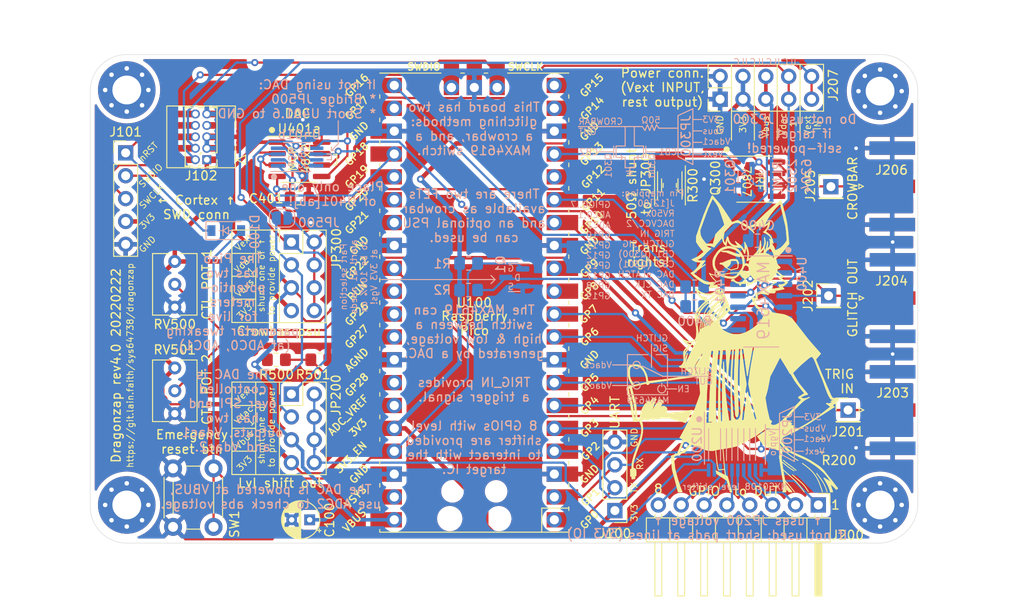
<source format=kicad_pcb>
(kicad_pcb (version 20211014) (generator pcbnew)

  (general
    (thickness 1.6)
  )

  (paper "A4")
  (title_block
    (rev "4")
  )

  (layers
    (0 "F.Cu" signal)
    (31 "B.Cu" signal)
    (32 "B.Adhes" user "B.Adhesive")
    (33 "F.Adhes" user "F.Adhesive")
    (34 "B.Paste" user)
    (35 "F.Paste" user)
    (36 "B.SilkS" user "B.Silkscreen")
    (37 "F.SilkS" user "F.Silkscreen")
    (38 "B.Mask" user)
    (39 "F.Mask" user)
    (40 "Dwgs.User" user "User.Drawings")
    (41 "Cmts.User" user "User.Comments")
    (42 "Eco1.User" user "User.Eco1")
    (43 "Eco2.User" user "User.Eco2")
    (44 "Edge.Cuts" user)
    (45 "Margin" user)
    (46 "B.CrtYd" user "B.Courtyard")
    (47 "F.CrtYd" user "F.Courtyard")
    (48 "B.Fab" user)
    (49 "F.Fab" user)
  )

  (setup
    (stackup
      (layer "F.SilkS" (type "Top Silk Screen"))
      (layer "F.Paste" (type "Top Solder Paste"))
      (layer "F.Mask" (type "Top Solder Mask") (thickness 0.01))
      (layer "F.Cu" (type "copper") (thickness 0.035))
      (layer "dielectric 1" (type "core") (thickness 1.51) (material "FR4") (epsilon_r 4.5) (loss_tangent 0.02))
      (layer "B.Cu" (type "copper") (thickness 0.035))
      (layer "B.Mask" (type "Bottom Solder Mask") (thickness 0.01))
      (layer "B.Paste" (type "Bottom Solder Paste"))
      (layer "B.SilkS" (type "Bottom Silk Screen"))
      (copper_finish "None")
      (dielectric_constraints no)
    )
    (pad_to_mask_clearance 0)
    (pcbplotparams
      (layerselection 0x00010fc_ffffffff)
      (disableapertmacros false)
      (usegerberextensions false)
      (usegerberattributes true)
      (usegerberadvancedattributes true)
      (creategerberjobfile true)
      (svguseinch false)
      (svgprecision 6)
      (excludeedgelayer true)
      (plotframeref false)
      (viasonmask false)
      (mode 1)
      (useauxorigin false)
      (hpglpennumber 1)
      (hpglpenspeed 20)
      (hpglpendiameter 15.000000)
      (dxfpolygonmode true)
      (dxfimperialunits true)
      (dxfusepcbnewfont true)
      (psnegative false)
      (psa4output false)
      (plotreference true)
      (plotvalue true)
      (plotinvisibletext false)
      (sketchpadsonfab false)
      (subtractmaskfromsilk false)
      (outputformat 1)
      (mirror false)
      (drillshape 0)
      (scaleselection 1)
      (outputdirectory "gerbers-rev4/")
    )
  )

  (net 0 "")
  (net 1 "GND")
  (net 2 "+3V3")
  (net 3 "+3.3VADC")
  (net 4 "Net-(D100-Pad1)")
  (net 5 "GPIO0")
  (net 6 "GPIO1")
  (net 7 "/controller/SWDIO")
  (net 8 "/controller/SWCLK")
  (net 9 "unconnected-(J102-Pad8)")
  (net 10 "unconnected-(J102-Pad7)")
  (net 11 "unconnected-(J102-Pad6)")
  (net 12 "Net-(J200-Pad1)")
  (net 13 "Net-(J200-Pad2)")
  (net 14 "TRIG_IN")
  (net 15 "GLITCH_OUT")
  (net 16 "Net-(J200-Pad3)")
  (net 17 "ADC0")
  (net 18 "ADC1")
  (net 19 "Net-(J200-Pad4)")
  (net 20 "Net-(J200-Pad5)")
  (net 21 "Net-(J200-Pad6)")
  (net 22 "VCC_EXT")
  (net 23 "DAC_HI")
  (net 24 "CB1_G")
  (net 25 "CB2_G")
  (net 26 "GPIO_EN")
  (net 27 "MAX_SW_B")
  (net 28 "MAX_SW_A")
  (net 29 "MAX_EN")
  (net 30 "GPIO2")
  (net 31 "GPIO3")
  (net 32 "GPIO4")
  (net 33 "GPIO5")
  (net 34 "GPIO6")
  (net 35 "GLITCH_SIG")
  (net 36 "GPIO7")
  (net 37 "GPIO8")
  (net 38 "GPIO9")
  (net 39 "unconnected-(U100-Pad30)")
  (net 40 "DAC_nL")
  (net 41 "DAC_CLK")
  (net 42 "DAC_TX")
  (net 43 "EMERG_SHDN")
  (net 44 "~{EMERG_SHDN}")
  (net 45 "unconnected-(U100-Pad39)")
  (net 46 "Net-(J200-Pad7)")
  (net 47 "DAC_LO")
  (net 48 "CROWBAR")
  (net 49 "/gpio/TAR_VCCIO")
  (net 50 "Net-(J200-Pad8)")
  (net 51 "ADC2")
  (net 52 "unconnected-(U100-Pad20)")
  (net 53 "unconnected-(U100-Pad19)")
  (net 54 "VBUS")
  (net 55 "CB_VCC")

  (footprint "Resistor_SMD:R_0805_2012Metric_Pad1.20x1.40mm_HandSolder" (layer "F.Cu") (at 135.128 87.179 90))

  (footprint "Connector_Coaxial:SMA_Amphenol_132289_EdgeMount" (layer "F.Cu") (at 159.845 87.287))

  (footprint "MountingHole:MountingHole_3.2mm_M3_Pad_Via" (layer "F.Cu") (at 158.496 122.682))

  (footprint "Connector_PinHeader_2.54mm:PinHeader_2x04_P2.54mm_Vertical" (layer "F.Cu") (at 93.091 93.472))

  (footprint "Connector_PinHeader_2.54mm:PinHeader_2x05_P2.54mm_Vertical" (layer "F.Cu") (at 140.721 77.602 90))

  (footprint "Connector_PinHeader_2.54mm:PinHeader_1x01_P2.54mm_Vertical" (layer "F.Cu") (at 152.776 99.441))

  (footprint "Resistor_SMD:R_2010_5025Metric_Pad1.40x2.65mm_HandSolder" (layer "F.Cu") (at 135.128 87.179 90))

  (footprint "Connector_PinHeader_2.54mm:PinHeader_1x08_P2.54mm_Horizontal" (layer "F.Cu") (at 151.638 122.682 -90))

  (footprint "Connector_PinHeader_2.54mm:PinHeader_2x04_P2.54mm_Vertical" (layer "F.Cu") (at 93.091 110.363))

  (footprint "Potentiometer_THT:Potentiometer_Vishay_T73XW_Horizontal" (layer "F.Cu") (at 80.137 95.631))

  (footprint "Connector_PinHeader_2.54mm:PinHeader_1x01_P2.54mm_Vertical" (layer "F.Cu") (at 153.03 87.317))

  (footprint "Resistor_SMD:R_0805_2012Metric_Pad1.20x1.40mm_HandSolder" (layer "F.Cu") (at 152.035 116.078 180))

  (footprint "MCU_RaspberryPi_and_Boards:RPi_Pico_SMD_TH" (layer "F.Cu") (at 113.411 100.203 180))

  (footprint "Connector_PinHeader_1.27mm:PinHeader_2x05_P1.27mm_Vertical" (layer "F.Cu") (at 83.694 84.326 180))

  (footprint "lethalbit-connectors:FTSH-105-01-L-DV-K-TR" (layer "F.Cu") (at 83.059 81.786 90))

  (footprint "Resistor_SMD:R_0805_2012Metric_Pad1.20x1.40mm_HandSolder" (layer "F.Cu") (at 91.424 106.553))

  (footprint "Potentiometer_THT:Potentiometer_Vishay_T73XW_Horizontal" (layer "F.Cu") (at 80.137 107.457))

  (footprint "Resistor_SMD:R_2512_6332Metric_Pad1.40x3.35mm_HandSolder" (layer "F.Cu") (at 135.15 87.179 90))

  (footprint "Capacitor_SMD:C_0805_2012Metric_Pad1.18x1.45mm_HandSolder" (layer "F.Cu") (at 93.98 88.598819 180))

  (footprint "Capacitor_THT:CP_Radial_D4.0mm_P2.00mm" (layer "F.Cu") (at 95.123 124.333 180))

  (footprint "Resistor_SMD:R_1206_3216Metric_Pad1.30x1.75mm_HandSolder" (layer "F.Cu") (at 135.128 87.179 90))

  (footprint "MountingHole:MountingHole_3.2mm_M3_Pad_Via" (layer "F.Cu") (at 158.496 76.708))

  (footprint "Connector_PinHeader_2.54mm:PinHeader_1x01_P2.54mm_Vertical" (layer "F.Cu") (at 154.94 112.141))

  (footprint "graphics:xenia" (layer "F.Cu")
    (tedit 61C154B6) (tstamp baf18278-d51c-443e-9972-c8c9ba5d7493)
    (at 143.4789 104.902)
    (attr through_hole)
    (fp_text reference "XENIA" (at 0 0.5) (layer "F.SilkS") hide
      (effects (font (size 1 1) (thickness 0.15)))
      (tstamp 2ab096f1-5e2e-4948-88f7-ee80da352ce9)
    )
    (fp_text value "xenia" (at 0 -0.5) (layer "F.Fab")
      (effects (font (size 1 1) (thickness 0.15)))
      (tstamp fc47ad18-c916-4f04-8460-6a5fb9138c7e)
    )
    (fp_line (start -0.087449 -8.809657) (end 0.146027 -8.894909) (layer "F.SilkS") (width 0.1) (tstamp 00486478-893b-425b-a5bc-a7e44ca55943))
    (fp_line (start 2.120427 -10.202538) (end 2.241183 -10.185531) (layer "F.SilkS") (width 0.1) (tstamp 0234d303-1347-4357-9ac8-112e8e6ab5f3))
    (fp_line (start 4.330047 -6.234346) (end 4.089216 -6.498479) (layer "F.SilkS") (width 0.1) (tstamp 02d5be24-1036-4d78-b8b7-1b443d15e7c8))
    (fp_line (start 3.24756 9.045381) (end 3.4801 8.89316) (layer "F.SilkS") (width 0.1) (tstamp 0453b7e4-e0e7-4cb5-8648-bec6a813bdeb))
    (fp_line (start 0.260403 -6.891084) (end -0.332851 -6.886832) (layer "F.SilkS") (width 0.1) (tstamp 069f3316-bcd2-4604-a333-7165193738be))
    (fp_line (start -3.758068 -6.759273) (end -3.963863 -6.339774) (layer "F.SilkS") (width 0.1) (tstamp 087708f1-e1e9-4263-81e5-92e875871b86))
    (fp_line (start -9.297786 4.012324) (end -10.724534 4.222797) (layer "F.SilkS") (width 0.1) (tstamp 088a5abf-5280-4acd-9be5-182deee4161f))
    (fp_line (start 0.359176 -6.835298) (end 0.320909 -6.836064) (layer "F.SilkS") (width 0.1) (tstamp 09ddd339-86e0-4167-9e67-6513769a8304))
    (fp_line (start -11.079063 8.253324) (end -11.346087 8.129166) (layer "F.SilkS") (width 0.1) (tstamp 0a1dbe60-6997-4f4e-b4aa-4ec0085281f7))
    (fp_line (start 0.636957 -7.835127) (end 0.567013 -8.025403) (layer "F.SilkS") (width 0.1) (tstamp 0a9d52bd-4852-44a8-82f7-f0b2e974bf90))
    (fp_line (start 0.978307 -7.395325) (end 1.596288 -7.079446) (layer "F.SilkS") (width 0.1) (tstamp 0b28e9dc-79a6-45c1-9c4d-325ada2cc88d))
    (fp_line (start -0.023841 -7.012478) (end 0.260403 -6.891084) (layer "F.SilkS") (width 0.1) (tstamp 0b379b3e-c12a-4629-a430-1567b828b4a9))
    (fp_line (start -4.650002 0.989642) (end -3.764935 0.613726) (layer "F.SilkS") (width 0.1) (tstamp 0f956713-c3d9-4b4c-8b52-a74d6d57ce5b))
    (fp_line (start -0.40371 -6.811827) (end 0.321759 -6.836064) (layer "F.SilkS") (width 0.1) (tstamp 10fd1d94-746f-466c-84a0-aa85c04b7684))
    (fp_line (start 3.479802 11.455544) (end 3.948093 11.551703) (layer "F.SilkS") (width 0.1) (tstamp 1164e296-14e5-4a5e-b2f3-44f1d36e7550))
    (fp_line (start 2.98583 -11.581707) (end 2.741129 -11.748809) (layer "F.SilkS") (width 0.1) (tstamp 12ec9af5-fae0-487c-9f32-ec0f72c4cf1f))
    (fp_line (start -4.381109 -11.064391) (end -4.310739 -11.182596) (layer "F.SilkS") (width 0.1) (tstamp 13666fea-91c0-4fec-bb70-a04cdbcf337e))
    (fp_line (start -0.404795 0.395004) (end -0.462196 0.395218) (layer "F.SilkS") (width 0.1) (tstamp 1399d9fd-892e-4c6d-94d4-e65f4b8d90fb))
    (fp_line (start -1.858607 -3.896465) (end -3.018353 -2.837788) (layer "F.SilkS") (width 0.1) (tstamp 14127424-0f91-4793-8a8a-36511132b3fd))
    (fp_line (start -3.250381 11.652943) (end -2.433578 11.510927) (layer "F.SilkS") (width 0.1) (tstamp 1485f998-b07f-4385-8f35-cac19f2827b9))
    (fp_line (start -8.886174 7.308196) (end -8.901056 7.197645) (layer "F.SilkS") (width 0.1) (tstamp 156d07b6-f60e-459b-b98a-29b8c699efdc))
    (fp_line (start -12.551074 13.779714) (end -12.706696 13.860076) (layer "F.SilkS") (width 0.1) (tstamp 16a71bba-04ef-4283-a06b-f6e9ba8ea3c4))
    (fp_line (start -5.127987 3.687899) (end -5.047837 3.724891) (layer "F.SilkS") (width 0.1) (tstamp 16ec19e3-7b49-453e-80e4-246815f99f56))
    (fp_line (start 0.998035 -5.007568) (end 1.417534 -4.961009) (layer "F.SilkS") (width 0.1) (tstamp 18457aad-4f9d-4c40-a5cc-fb25084ce7be))
    (fp_line (start -5.027428 3.476363) (end -5.115231 3.542269) (layer "F.SilkS") (width 0.1) (tstamp 185cec19-d583-42a6-bbf6-9e4403a7b0ce))
    (fp_line (start -6.740291 2.002993) (end -6.697559 1.323252) (layer "F.SilkS") (width 0.1) (tstamp 19b8a416-d457-47c0-a7b0-da25cad6c5a1))
    (fp_line (start -0.007897 -7.388394) (end -0.050628 -7.071368) (layer "F.SilkS") (width 0.1) (tstamp 1c4a967a-d9ff-4163-bb2a-95ccc3501bb3))
    (fp_line (start -0.670522 -6.851881) (end -0.53786 -6.616024) (layer "F.SilkS") (width 0.1) (tstamp 1c5c7e2f-94b3-4b5e-b4ad-c0a6563fc67e))
    (fp_line (start -10.908538 4.337111) (end -10.835617 4.409819) (layer "F.SilkS") (width 0.1) (tstamp 1e0ba953-460b-4ddb-ba5b-e01c556e61f7))
    (fp_line (start 4.90149 16.307955) (end 5.210438 16.322837) (layer "F.SilkS") (width 0.1) (tstamp 1f5d8d4c-52db-4d4d-99bb-fd209dbbc195))
    (fp_line (start -1.262672 0.453299) (end -1.363656 0.468181) (layer "F.SilkS") (width 0.1) (tstamp 1f69b1f6-9fed-42d7-9e08-09f288c476bc))
    (fp_line (start 2.998458 8.928026) (end 2.798403 8.735837) (layer "F.SilkS") (width 0.1) (tstamp 1fb3f6bd-66d7-4a74-a144-ae01112ff895))
    (fp_line (start -2.982169 0.583537) (end -2.699243 0.577159) (layer "F.SilkS") (width 0.1) (tstamp 20a0f469-5ae6-4e36-8ff6-79100ece3f30))
    (fp_line (start 0.566716 -8.025531) (end 0.636661 -7.835255) (layer "F.SilkS") (width 0.1) (tstamp 21a2e357-9ad7-4e55-9783-020864723576))
    (fp_line (start -2.922258 -2.660056) (end -1.647369 -3.924825) (layer "F.SilkS") (width 0.1) (tstamp 23781219-648c-45af-8566-464b78a6f9ff))
    (fp_line (start -0.590372 -6.842654) (end -0.464088 -6.840528) (layer "F.SilkS") (width 0.1) (tstamp 23b5355a-334f-4bc1-a3a3-bcd5e8aabe03))
    (fp_line (start -0.271007 -9.616787) (end -0.136007 -9.641874) (layer "F.SilkS") (width 0.1) (tstamp 23f55bc5-218f-4c81-bcc4-297aa64fa0b2))
    (fp_line (start 7.736937 1.655947) (end 7.847488 1.605774) (layer "F.SilkS") (width 0.1) (tstamp 252382df-08a7-4b0b-8609-1072db1e998e))
    (fp_line (start -1.871555 -11.918931) (end -1.940225 -12.001419) (layer "F.SilkS") (width 0.1) (tstamp 2566906f-dee1-4d49-aa89-42683ad37200))
    (fp_line (start -2.231462 -13.327246) (end -3.235395 -12.265232) (layer "F.SilkS") (width 0.1) (tstamp 25b94296-ce9e-441c-ba5a-3999d9179a7f))
    (fp_line (start 4.695249 -11.592294) (end 4.867028 -11.229431) (layer "F.SilkS") (width 0.1) (tstamp 2609c5fc-6f5a-49bd-a40b-c12eaada5a92))
    (fp_line (start 4.588609 8.485737) (end 4.879742 8.498492) (layer "F.SilkS") (width 0.1) (tstamp 275e3c89-0d83-4a85-9571-5807c3e775e6))
    (fp_line (start 1.219052 9.973394) (end 1.334493 9.873048) (layer "F.SilkS") (width 0.1) (tstamp 276b13d7-0a57-419c-8da2-e837b16f8ff4))
    (fp_line (start 0.832973 -5.261113) (end 0.774721 -5.194995) (layer "F.SilkS") (width 0.1) (tstamp 27f73be5-5b6d-4dcd-9c2b-08178b3c0f10))
    (fp_line (start 3.878467 -6.660457) (end 3.824042 -6.69915) (layer "F.SilkS") (width 0.1) (tstamp 284e6dc9-3ac5-4cda-bd41-857fb98d4679))
    (fp_line (start -4.421864 -8.927692) (end -5.015118 -8.576139) (layer "F.SilkS") (width 0.1) (tstamp 28797dd3-5c25-40ea-9029-91b4bdf67bc8))
    (fp_line (start -6.053407 10.967866) (end -5.922871 11.018039) (layer "F.SilkS") (width 0.1) (tstamp 28d5ed17-1bf9-4c62-b49a-5fe63f5fcad7))
    (fp_line (start -3.125587 -6.648084) (end -3.692013 -6.537745) (layer "F.SilkS") (width 0.1) (tstamp 292a37f1-a8d7-4049-8d9e-d154cb6269d5))
    (fp_line (start -3.963863 -6.339774) (end -3.148187 -6.432892) (layer "F.SilkS") (width 0.1) (tstamp 29d26dd1-1c9b-4097-8348-63ab0c86a559))
    (fp_line (start -0.136007 -9.641597) (end -0.271007 -9.616511) (layer "F.SilkS") (width 0.1) (tstamp 2b1d77fe-f78d-4ff8-b505-0f28f2dbc7c6))
    (fp_line (start -2.567432 -10.399893) (end -2.567432 -10.400064) (layer "F.SilkS") (width 0.1) (tstamp 2d8c2e79-0ca6-4cac-bd97-7ed59984e6ca))
    (fp_line (start -3.612693 8.448277) (end -3.623323 8.650245) (layer "F.SilkS") (width 0.1) (tstamp 2db2a178-64e5-43fc-91c6-f6bb623ee10e))
    (fp_line (start 0.831253 0.253265) (end 1.081438 0.212021) (layer "F.SilkS") (width 0.1) (tstamp 2e9befe8-1ba6-44c4-8c0c-2f6b67d813e8))
    (fp_line (start -2.265074 13.818492) (end -2.151546 14.500359) (layer "F.SilkS") (width 0.1) (tstamp 2f15d41d-727f-4089-af4d-eed812228f8d))
    (fp_line (start -3.465554 0.613726) (end -2.982169 0.583537) (layer "F.SilkS") (width 0.1) (tstamp 2f4fca68-ad3d-42af-a65a-2dfd84c64f23))
    (fp_line (start 3.824042 -6.69915) (end 3.76579 -6.598166) (layer "F.SilkS") (width 0.1) (tstamp 2f8fab55-05ca-4686-80f5-c3c168b9b405))
    (fp_line (start 3.802463 11.057008) (end 4.193772 10.248454) (layer "F.SilkS") (width 0.1) (tstamp 2fa1b765-b805-47fc-bf33-7549704c7989))
    (fp_line (start 4.525042 15.474081) (end 4.581806 15.914436) (layer "F.SilkS") (width 0.1) (tstamp 318e2232-f227-48be-bc7e-28bc039cbe1a))
    (fp_line (start 0.320909 -6.836064) (end 0.323034 -6.596465) (layer "F.SilkS") (width 0.1) (tstamp 31dcfa14-92b3-40c0-9b7e-3e11dc0058e1))
    (fp_line (start -1.479203 -7.201053) (end -1.470699 -7.127281) (layer "F.SilkS") (width 0.1) (tstamp 321f985d-c802-49a4-b839-d957d45e8880))
    (fp_line (start -2.768188 -9.031568) (end -2.728921 -9.000571) (layer "F.SilkS") (width 0.1) (tstamp 328d1402-4958-47d2-b0f1-71018e3fb92d))
    (fp_line (start -0.523191 -6.729339) (end -0.516813 -6.620064) (layer "F.SilkS") (width 0.1) (tstamp 32e61bfc-d546-4722-ac49-cbb99c79a789))
    (fp_line (start -4.310717 -11.182319) (end -4.381087 -11.064115) (layer "F.SilkS") (width 0.1) (tstamp 3333a437-094a-4126-981c-1a90640c11d7))
    (fp_line (start -0.53786 -6.616024) (end -0.522978 -6.728701) (layer "F.SilkS") (width 0.1) (tstamp 33ea8dc4-877d-4756-9eec-56ecc269d0d6))
    (fp_line (start -2.42565 8.523069) (end -2.710361 8.529447) (layer "F.SilkS") (width 0.1) (tstamp 351d5969-2e3a-436e-a584-701985869a16))
    (fp_line (start -3.548467 -11.102808) (end -3.680278 -11.20443) (layer "F.SilkS") (width 0.1) (tstamp 36bf2b67-6c66-4f57-9dcc-180452d3e2dc))
    (fp_line (start -10.667452 4.294378) (end -10.705294 4.290126) (layer "F.SilkS") (width 0.1) (tstamp 38dc9787-3773-4a65-9eac-77f34d6df8dc))
    (fp_line (start -12.671829 14.588332) (end -12.551286 14.590458) (layer "F.SilkS") (width 0.1) (tstamp 3949f8f3-4972-460a-90a0-6906b5d7ca76))
    (fp_line (start 3.981279 10.706561) (end 3.921327 10.860227) (layer "F.SilkS") (width 0.1) (tstamp 3b861d3c-b38d-4322-b67b-d95ab0619cc6))
    (fp_line (start 9.914625 6.87845) (end 9.630849 6.725166) (layer "F.SilkS") (width 0.1) (tstamp 3bf5a303-d45e-4366-b8e2-9eef9aa4ea37))
    (fp_line (start -1.955062 14.629087) (end -1.482966 16.326622) (layer "F.SilkS") (width 0.1) (tstamp 3d234cf4-d2a0-4b1e-b0ed-33b40ca1bbce))
    (fp_line (start -2.482371 0.53921) (end -2.699349 0.578328) (layer "F.SilkS") (width 0.1) (tstamp 3d6a7394-0229-439d-98ea-24fb7b7d0870))
    (fp_line (start -5.819251 -0.058596) (end -5.782259 -0.164257) (layer "F.SilkS") (width 0.1) (tstamp 3ecd5e71-045c-45dd-959d-3e97c8e33089))
    (fp_line (start -3.785279 -2.270788) (end -4.94377 -1.700982) (layer "F.SilkS") (width 0.1) (tstamp 3f60471a-e684-4c40-916a-dc05757982ce))
    (fp_line (start 3.76579 -6.598166) (end 3.956065 -6.349596) (layer "F.SilkS") (width 0.1) (tstamp 3f775266-cc7f-49e6-b89d-e69ba5f3895e))
    (fp_line (start 3.761942 -7.448985) (end 4.562098 -6.916851) (layer "F.SilkS") (width 0.1) (tstamp 401fc27b-55c2-4d17-b7a9-17271cdee251))
    (fp_line (start -3.619092 -4.014223) (end -4.053048 -3.440186) (layer "F.SilkS") (width 0.1) (tstamp 41e173df-b769-4562-86b0-af2aff66057d))
    (fp_line (start 0.321759 -6.836064) (end 0.360027 -6.835298) (layer "F.SilkS") (width 0.1) (tstamp 43797be8-9d42-485f-bc6b-0544d45927b2))
    (fp_line (start 10.256122 6.014427) (end 10.165768 5.934065) (layer "F.SilkS") (width 0.1) (tstamp 4459b91b-d937-4427-a170-e7027c4df452))
    (fp_line (start -1.482966 16.326622) (end -1.613502 16.326622) (layer "F.SilkS") (width 0.1) (tstamp 46605a33-9342-4627-adea-08a0c3dd1775))
    (fp_line (start -2.364145 -5.272232) (end -2.325452 -5.192508) (layer "F.SilkS") (width 0.1) (tstamp 47476406-4d27-4820-aefe-eb91485cd792))
    (fp_line (start -1.200487 -7.170056) (end -1.200487 -7.170056) (layer "F.SilkS") (width 0.1) (tstamp 47bd3e42-5e60-4145-b4ff-ba2ead23635e))
    (fp_line (start -10.724534 4.222797) (end -10.772326 4.101105) (layer "F.SilkS") (width 0.1) (tstamp 487c4890-ae05-4d1e-8757-f717bdd9f770))
    (fp_line (start -1.29977 -7.131533) (end -0.950173 -6.910133) (layer "F.SilkS") (width 0.1) (tstamp 48f5ac3f-19ad-4208-9449-373c6d6bed43))
    (fp_line (start -0.419655 -9.922015) (end -0.584419 -9.95518) (layer "F.SilkS") (width 0.1) (tstamp 499f0043-d011-4c69-b76f-552cc2e709c0))
    (fp_line (start -10.859577 4.243461) (end -10.870207 4.151406) (layer "F.SilkS") (width 0.1) (tstamp 4b724a58-7782-4fb0-85bb-73cee8bfacec))
    (fp_line (start -3.623323 8.650245) (end -4.324302 8.722316) (layer "F.SilkS") (width 0.1) (tstamp 4c7ee18f-1e28-4990-b358-0d20ba5f3a19))
    (fp_line (start 2.278047 -6.178114) (end 2.254661 -6.053744) (layer "F.SilkS") (width 0.1) (tstamp 4cd7b6b4-85c9-4884-8f10-e79b6ed8c90b))
    (fp_line (start -10.857408 4.242058) (end -10.859577 4.243461) (layer "F.SilkS") (width 0.1) (tstamp 4cf1650d-f012-4b15-ad31-a94564f120f8))
    (fp_line (start 0.636661 -7.835255) (end 0.978307 -7.395325) (layer "F.SilkS") (width 0.1) (tstamp 4d1172a0-a1e6-4e5d-b676-3dfbdc70f814))
    (fp_line (start 4.368889 -7.671512) (end 4.228999 -7.648126) (layer "F.SilkS") (width 0.1) (tstamp 4ea04a5a-7a78-43fb-87d5-86eb2afcea5f))
    (fp_line (start 10.027621 6.192797) (end 10.256122 6.014427) (layer "F.SilkS") (width 0.1) (tstamp 51b18456-8852-4cce-ad37-628dd1c4103a))
    (fp_line (start 0.975627 -7.108827) (end 0.990509 -7.046749) (layer "F.SilkS") (width 0.1) (tstamp 52064152-4b25-4796-8ab1-2e49f3df562c))
    (fp_line (start 5.077543 8.647949) (end 4.922346 8.701524) (layer "F.SilkS") (width 0.1) (tstamp 53bc95a0-a6b5-4bd3-8806-205d384c6e1c))
    (fp_line (start -2.943709 -5.906668) (end -2.916242 -5.843484) (layer "F.SilkS") (width 0.1) (tstamp 54c05bf1-249d-4ed0-aee6-f8cef4715275))
    (fp_line (start 4.587334 8.28802) (end 4.484224 8.388366) (layer "F.SilkS") (width 0.1) (tstamp 54d05816-bdfa-450b-939f-fffbc2d3c01c))
    (fp_line (start -3.764935 0.613726) (end -3.465554 0.613726) (layer "F.SilkS") (width 0.1) (tstamp 56614d25-92fe-4928-ba13-f50ff5bf48ed))
    (fp_line (start 5.210438 16.322837) (end 4.525042 15.474081) (layer "F.SilkS") (width 0.1) (tstamp 57d20178-cd72-4cdf-a6b0-742aea76d37b))
    (fp_line (start -0.446932 -6.922464) (end -0.749927 -6.933093) (layer "F.SilkS") (width 0.1) (tstamp 58166378-73e4-4c77-abf1-b61da426c963))
    (fp_line (start -7.002722 16.306531) (end -7.404278 16.31157) (layer "F.SilkS") (width 0.1) (tstamp 5964804a-9ffe-4905-9f1b-c960fc5465a3))
    (fp_line (start -8.901056 7.197645) (end -8.941025 7.197645) (layer "F.SilkS") (width 0.1) (tstamp 59f58cc4-3f08-4913-804c-7831fc56d6da))
    (fp_line (start 1.092131 -7.182599) (end 0.975627 -7.108827) (layer "F.SilkS") (width 0.1) (tstamp 5ac91684-976e-43dc-b66d-88fa3cf7602b))
    (fp_line (start 7.847488 1.605774) (end 8.38802 0.97155) (layer "F.SilkS") (width 0.1) (tstamp 5c52001a-44b6-4827-8867-9a065693af27))
    (fp_line (start 5.416744 9.020209) (end 5.234122 9.134162) (layer "F.SilkS") (width 0.1) (tstamp 5c5e0318-a0e1-4f94-8225-4bad5445ea6d))
    (fp_line (start 9.500845 16.316587) (end 9.731897 16.316587) (layer "F.SilkS") (width 0.1) (tstamp 5cdfe313-8605-4373-9a45-7b9f1b58e8c5))
    (fp_line (start -12.612153 4.669636) (end -12.765862 4.730652) (layer "F.SilkS") (width 0.1) (tstamp 5d6e084a-605f-4d05-bcd6-23a747bd3e0e))
    (fp_line (start -5.125052 3.690641) (end -5.114422 3.531405) (layer "F.SilkS") (width 0.1) (tstamp 5e0252fd-2729-4e36-b2cc-c7766dba6189))
    (fp_line (start -12.765862 4.730652) (end -12.281945 6.716322) (layer "F.SilkS") (width 0.1) (tstamp 5e807c14-eb72-4699-ac5c-0e22b3b90689))
    (fp_line (start -3.415423 -5.326615) (end -3.508541 -5.332993) (layer "F.SilkS") (width 0.1) (tstamp 5ef3d067-71f0-41ac-ba39-98068649edc9))
    (fp_line (start -3.680278 -11.20443) (end -4.310717 -11.182319) (layer "F.SilkS") (width 0.1) (tstamp 600a3b4b-ae4b-4461-b5a0-b102a630e6e4))
    (fp_line (start -0.516813 -6.620064) (end -0.40371 -6.811827) (layer "F.SilkS") (width 0.1) (tstamp 606c3e55-7d61-412d-adac-41bf5f1f1a73))
    (fp_line (start -3.763999 0.614406) (end -4.65096 0.989557) (layer "F.SilkS") (width 0.1) (tstamp 61bd4437-060d-40c1-add9-cb29405c70c7))
    (fp_line (start -12.324316 14.531951) (end -12.328568 14.687573) (layer "F.SilkS") (width 0.1) (tstamp 61d9b81b-8499-4933-91ed-7a8972810007))
    (fp_line (start -6.730724 2.520138) (end -6.790889 2.401721) (layer "F.SilkS") (width 0.1) (tstamp 62b6ceae-4979-4c7f-9abb-9d942b9ab846))
    (fp_line (start -0.023819 -7.012265) (end -0.050733 -7.071495) (layer "F.SilkS") (width 0.1) (tstamp 633ad3b8-63c2-4a66-ba43-ec1b2327d590))
    (fp_line (start 2.575111 -5.582519) (end 2.566607 -5.800008) (layer "F.SilkS") (width 0.1) (tstamp 6349601a-3c16-49a3-9c53-44ba3301fa17))
    (fp_line (start -12.123177 8.513863) (end -11.715753 8.379501) (layer "F.SilkS") (width 0.1) (tstamp 634c972d-457b-4606-97bd-158cc6774626))
    (fp_line (start -1.200487 -7.170056) (end -1.189857 -7.253607) (layer "F.SilkS") (width 0.1) (tstamp 644c1aa7-bb47-43ff-9985-f1193c633b37))
    (fp_line (start -0.097144 8.381542) (end -0.383216 8.400676) (layer "F.SilkS") (width 0.1) (tstamp 64d7714a-7974-44e3-aea4-f93dec72bbab))
    (fp_line (start -2.982275 0.584047) (end -3.46566 0.614236) (layer "F.SilkS") (width 0.1) (tstamp 65672bfe-b9ee-41a0-973c-1f20f79e074b))
    (fp_line (start -0.522978 -6.728701) (end -0.590372 -6.842654) (layer "F.SilkS") (width 0.1) (tstamp 66ae6362-5d73-429e-895c-b93ac4034e8b))
    (fp_line (start -2.922257 -2.659503) (end -3.018352 -2.837236) (layer "F.SilkS") (width 0.1) (tstamp 67696688-aeb4-4c05-bfdd-17ff57e0fa8a))
    (fp_line (start 4.463814 8.29865) (end 4.587334 8.28802) (layer "F.SilkS") (width 0.1) (tstamp 6adb7440-4967-4c53-ab45-3e8efe9276db))
    (fp_line (start -0.552019 -7.920528) (end -0.353877 -8.180791) (layer "F.SilkS") (width 0.1) (tstamp 6b210527-4628-4b35-bcc0-57c051da3023))
    (fp_line (start 1.550897 -10.19699) (end 1.669101 -10.238234) (layer "F.SilkS") (width 0.1) (tstamp 6f6d94a2-ff06-468f-93cb-7d1121493be0))
    (fp_line (start 5.099335 3.181341) (end 5.269838 3.103317) (layer "F.SilkS") (width 0.1) (tstamp 6faf2824-be38-492e-a01b-4c105834407a))
    (fp_line (start -4.244621 -5.197036) (end -4.324345 -5.268894) (layer "F.SilkS") (width 0.1) (tstamp 6fe73f15-5d69-4a4e-893e-03eb09e9b7d7))
    (fp_line (start 1.655283 -10.326037) (end 1.550897 -10.19699) (layer "F.SilkS") (width 0.1) (tstamp 71407632-595c-426e-b6ae-4fb2a403e147))
    (fp_line (start 1.551599 -10.196373) (end 1.654071 -10.325909) (layer "F.SilkS") (width 0.1) (tstamp 71e17ce2-3f5c-4367-9839-08c5c57f36de))
    (fp_line (start -10.85964 4.243567) (end -10.851137 4.309473) (layer "F.SilkS") (width 0.1) (tstamp 7222796c-3f24-42f8-95ec-33d97cdbe82f))
    (fp_line (start -10.870207 4.151406) (end -12.356801 4.505467) (layer "F.SilkS") (width 0.1) (tstamp 7332bdd2-7696-49e9-b942-e09fe05346ae))
    (fp_line (start -12.555538 14.874192) (end -12.244166 14.849105) (layer "F.SilkS") (width 0.1) (tstamp 73bf2484-d5f9-4ce1-ab83-d710b7907529))
    (fp_line (start -0.050628 -7.071368) (end -0.023841 -7.012478) (layer "F.SilkS") (width 0.1) (tstamp 75ebcaaf-8f91-4bce-95da-35daf284b36b))
    (fp_line (start -2.023604 -4.398792) (end -2.056557 -4.497672) (layer "F.SilkS") (width 0.1) (tstamp 76bcc96a-79c2-4aa1-a653-745cf373720e))
    (fp_line (start 0.360027 -6.835298) (end 0.467176 -6.79129) (layer "F.SilkS") (width 0.1) (tstamp 7879fd6d-8523-40e9-ac87-65ed2628002c))
    (fp_line (start 3.26967 -5.791504) (end 3.374481 -5.900354) (layer "F.SilkS") (width 0.1) (tstamp 78c24dc1-6743-421c-b77c-2fe33b473e4c))
    (fp_line (start -1.470699 -7.127281) (end -1.29977 -7.131533) (layer "F.SilkS") (width 0.1) (tstamp 7923463f-888c-4fc0-b98f-03078496b1b6))
    (fp_line (start 1.596288 -7.079446) (end 2.337853 -6.991643) (layer "F.SilkS") (width 0.1) (tstamp 7a78aae9-59d5-44fd-a5a4-d12a5851aac3))
    (fp_line (start -6.744393 10.596839) (end -5.920744 11.018719) (layer "F.SilkS") (width 0.1) (tstamp 7af554a0-1aea-4bf6-b62d-f529a38d9de6))
    (fp_line (start 3.74706 -7.542316) (end 3.761942 -7.448985) (layer "F.SilkS") (width 0.1) (tstamp 7d46158a-6f68-4d38-be89-e25c900413e7))
    (fp_line (start 3.948093 11.551703) (end 3.802463 11.057008) (layer "F.SilkS") (width 0.1) (tstamp 7f1cd457-f3e0-4118-9041-74f0c4e433d8))
    (fp_line (start 3.952132 10.372397) (end 3.479802 11.455544) (layer "F.SilkS") (width 0.1) (tstamp 7f25c6dd-2bd2-4dba-b030-ccbee8cc0425))
    (fp_line (start 4.867007 -11.229325) (end 4.695227 -11.592231) (layer "F.SilkS") (width 0.1) (tstamp 801e609c-68c5-4efc-a779-888769f67fd8))
    (fp_line (start 9.552655 6.270651) (end 9.957527 6.281281) (layer "F.SilkS") (width 0.1) (tstamp 816dc656-ef63-4b7e-ba23-93c421a09dd9))
    (fp_line (start -10.835617 4.409819) (end -10.692538 4.354544) (layer "F.SilkS") (width 0.1) (tstamp 81a6647b-fb92-470f-859a-839cff2bfa41))
    (fp_line (start -2.265074 13.81847) (end -2.435578 11.510119) (layer "F.SilkS") (width 0.1) (tstamp 823a9a53-cb4b-4f57-9558-1ba1cf975f33))
    (fp_line (start 5.09942 3.182085) (end 5.099335 3.181341) (layer "F.SilkS") (width 0.1) (tstamp 832a8494-eaf2-41bb-a79b-9bd3869ba972))
    (fp_line (start -2.839558 -5.555073) (end -2.839345 -5.555094) (layer "F.SilkS") (width 0.1) (tstamp 84ce0be5-0412-4bdd-83e3-854a7a710ced))
    (fp_line (start -2.790809 -5.240427) (end -2.57719 -5.718179) (layer "F.SilkS") (width 0.1) (tstamp 84d2254b-f203-44d6-b45c-79b312eb19ef))
    (fp_line (start -3.983039 8.479741) (end -3.612693 8.448277) (layer "F.SilkS") (width 0.1) (tstamp 881ba6c1-962a-43e8-acdf-1c75a4cb2656))
    (fp_line (start 2.911548 -11.493032) (end 3.13129 -11.295316) (layer "F.SilkS") (width 0.1) (tstamp 8b34cb3e-4808-4723-abeb-99f377bbe23f))
    (fp_line (start -0.578892 -9.823156) (end -0.419655 -9.922015) (layer "F.SilkS") (width 0.1) (tstamp 8b609dc3-d402-489e-93c7-a8286dd10662))
    (fp_line (start -3.013421 -6.014668) (end -3.06859 -6.173224) (layer "F.SilkS") (width 0.1) (tstamp 902a411f-6335-4f06-8cf1-f0ed80a2cb8a))
    (fp_line (start -0.332851 -6.886832) (end -0.023819 -7.012265) (layer "F.SilkS") (width 0.1) (tstamp 910b5ca3-160a-4289-ac0e-edddfbb8cc23))
    (fp_line (start 4.879742 8.498492) (end 4.786411 8.608406) (layer "F.SilkS") (width 0.1) (tstamp 92425964-3db1-4a0a-86ee-ecbd90311ff8))
    (fp_line (start -2.68655 -9.085993) (end -2.768188 -9.031568) (layer "F.SilkS") (width 0.1) (tstamp 92f206ba-0b74-4aff-a139-97255e30fd4b))
    (fp_line (start -2.699243 0.577159) (end -2.482265 0.538041) (layer "F.SilkS") (width 0.1) (tstamp 9374eae1-1721-491f-8000-bfbbb5c8d606))
    (fp_line (start 5.423717 9.377374) (end 5.570623 9.455611) (layer "F.SilkS") (width 0.1) (tstamp 946a8f93-f8a6-49ed-be65-22cf14da1914))
    (fp_line (start -10.705294 4.290126) (end -10.773113 4.101764) (layer "F.SilkS") (width 0.1) (tstamp 96b8b711-f40d-4aae-a044-c048034ee1fe))
    (fp_line (start 3.55787 -8.163018) (end 3.585933 -8.535108) (layer "F.SilkS") (width 0.1) (tstamp 97eaa1e2-9166-4553-a1d6-ea99a7ba73fb))
    (fp_line (start -2.093805 0.514655) (end -1.899489 4.624204) (layer "F.SilkS") (width 0.1) (tstamp 9a3dec6c-1ff7-4f04-98b4-bff75dbe2572))
    (fp_line (start -7.212683 10.307067) (end -6.744393 10.596839) (layer "F.SilkS") (width 0.1) (tstamp 9aa35107-bd21-4263-aaeb-f87889d0726a))
    (fp_line (start -8.961434 7.519094) (end -8.918702 7.383456) (layer "F.SilkS") (width 0.1) (tstamp 9c77e549-bc3d-407e-a17f-1f44a0465725))
    (fp_line (start 9.062594 6.501448) (end 9.545575 6.870816) (layer "F.SilkS") (width 0.1) (tstamp 9d0a9958-db67-4fa2-a63a-2635acbcaff5))
    (fp_line (start 1.219116 9.972799) (end 1.219052 9.973394) (layer "F.SilkS") (width 0.1) (tstamp 9d53a803-c2dd-44df-9adf-3a36ecbb9623))
    (fp_line (start -10.851137 4.309473) (end -10.908538 4.337111) (layer "F.SilkS") (width 0.1) (tstamp 9d93c53b-c8ce-4a41-8871-5169db872dd3))
    (fp_line (start -0.464088 -6.840528) (end -0.523191 -6.729339) (layer "F.SilkS") (width 0.1) (tstamp 9f3effa9-36c1-499e-8002-787a37d4e90a))
    (fp_line (start -12.443584 14.541092) (end -12.110825 14.518557) (layer "F.SilkS") (width 0.1) (tstamp 9f755b79-98ed-4b7f-b7d5-fc8b011a6083))
    (fp_line (start -0.462154 0.396301) (end -0.404752 0.396089) (layer "F.SilkS") (width 0.1) (tstamp a03f12ee-4c0a-46b5-9d34-c9c5f676bfdc))
    (fp_line (start -0.753754 -8.930796) (end -0.760132 -9.099812) (layer "F.SilkS") (width 0.1) (tstamp a2514bdf-7683-4b2c-bb81-487c8fa57d73))
    (fp_line (start 2.798403 8.735837) (end 2.94212 8.502787) (layer "F.SilkS") (width 0.1) (tstamp a25f08da-163d-4d49-ab74-017e99d1903e))
    (fp_line (start 3.301453 -9.46597) (end 3.588121 -8.53481) (layer "F.SilkS") (width 0.1) (tstamp a261e796-25d7-477c-be76-97f041d1e6b6))
    (fp_line (start -12.208875 14.527699) (end -12.324316 14.531951) (layer "F.SilkS") (width 0.1) (tstamp a273aabd-9b0c-4eb2-9ce1-0a72077650f3))
    (fp_line (start 10.153777 16.03534) (end 10.286013 15.948388) (layer "F.SilkS") (width 0.1) (tstamp a2a59f0e-cde4-498b-8904-d92a12bff2f0))
    (fp_line (start -1.612056 0.483573) (end -1.363486 0.468691) (layer "F.SilkS") (width 0.1) (tstamp a2fc975e-e27d-4dbe-8a0b-341931ded9a6))
    (fp_line (start 5.58019 9.318272) (end 5.423717 9.377374) (layer "F.SilkS") (width 0.1) (tstamp a323f70c-afa2-4c2a-b732-5b77a8cbc996))
    (fp_line (start -1.472081 8.437583) (end -1.785579 8.469473) (layer "F.SilkS") (width 0.1) (tstamp a4c343d5-a6fd-4619-9a83-930a86997c7d))
    (fp_line (start -8.918702 7.383456) (end -8.770521 7.262913) (layer "F.SilkS") (width 0.1) (tstamp a71b8db9-7af6-4a4f-a0c5-fd086e8c47a8))
    (fp_line (start 0.017488 -7.081572) (end 0.065961 -7.361267) (layer "F.SilkS") (width 0.1) (tstamp a77dd63f-3f22-4865-9e78-693ed1d0221c))
    (fp_line (start -0.714593 0.406931) (end -0.462154 0.396301) (layer "F.SilkS") (width 0.1) (tstamp a858f438-2835-4c8f-8f9f-d091eac5a697))
    (fp_line (start 0.365554 -6.704763) (end 0.359176 -6.835298) (layer "F.SilkS") (width 0.1) (tstamp a8bb4afa-35b0-41db-8d99-8ea42d121830))
    (fp_line (start -4.017458 -4.642983) (end -4.118655 -4.734613) (layer "F.SilkS") (width 0.1) (tstamp a9a751bd-7c65-4095-9e42-f665535dba2e))
    (fp_line (start 2.337853 -6.991643) (end 2.882955 -7.225459) (layer "F.SilkS") (width 0.1) (tstamp a9d6e118-1126-476c-be4f-98f751cb96f6))
    (fp_line (start -12.091032 8.313426) (end -12.251756 8.313426) (layer "F.SilkS") (width 0.1) (tstamp ab2163be-385c-49c1-84b2-d21172b217d2))
    (fp_line (start -3.195575 14.016357) (end -1.955062 14.629087) (layer "F.SilkS") (width 0.1) (tstamp abc144f2-0768-45ca-8040-fb36089127a7))
    (fp_line (start -10.87027 4.151512) (end -10.85964 4.243567) (layer "F.SilkS") (width 0.1) (tstamp ac2b5221-dae8-473a-b258-1240f226ee32))
    (fp_line (start -6.083766 0.076404) (end -5.819251 -0.058596) (layer "F.SilkS") (width 0.1) (tstamp ae1a820b-f252-45fc-a06e-4a7cb7959ffc))
    (fp_line (start -0.404752 0.396089) (end -0.142746 0.3659) (layer "F.SilkS") (width 0.1) (tstamp aefe398d-e17c-4e19-992b-b360a5a5a779))
    (fp_line (start 5.004133 3.149642) (end 5.10129 3.181957) (layer "F.SilkS") (width 0.1) (tstamp afaa94e1-65c3-4b6f-9c68-5ac59bc472d1))
    (fp_line (start 10.384191 6.087349) (end 10.027621 6.192797) (layer "F.SilkS") (width 0.1) (tstamp afd35155-2680-4da0-a254-feec9f925517))
    (fp_line (start 2.241183 -10.185531) (end 2.422529 -10.528877) (layer "F.SilkS") (width 0.1) (tstamp b12cdff5-1a28-488f-bb8d-4bd1944d9750))
    (fp_line (start 10.286013 15.948388) (end 8.789979 14.029963) (layer "F.SilkS") (width 0.1) (tstamp b19cabe8-0c6d-451e-bfeb-2fcea82d2608))
    (fp_line (start -3.195469 14.016336) (end -3.195575 14.016357) (layer "F.SilkS") (width 0.1) (tstamp b29c3d1a-bb57-4e68-88ff-a0471bee36d3))
    (fp_line (start -4.555758 -1.880139) (end -4.770185 -1.786787) (layer "F.SilkS") (width 0.1) (tstamp b3396681-51a0-4ddb-b63f-251412419335))
    (fp_line (start -0.950855 -13.622907) (end -0.731411 -13.622907) (layer "F.SilkS") (width 0.1) (tstamp b3d452e4-0558-44e2-b1c9-373e568f7de0))
    (fp_line (start -1.389912 -7.251651) (end -1.479203 -7.201053) (layer "F.SilkS") (width 0.1) (tstamp b4248c5b-0aa5-47e6-8c9f-dcd81c5483ee))
    (fp_line (start -3.692013 -6.537745) (end -3.495785 -6.948273) (layer "F.SilkS") (width 0.1) (tstamp b498dffb-cfee-4cb0-974c-848e3f710666))
    (fp_line (start -2.548723 -6.087781) (end -2.738786 -5.688011) (layer "F.SilkS") (width 0.1) (tstamp b71d1072-ae2d-49ad-8cc4-6755a10b9d34))
    (fp_line (start -2.482265 0.538041) (end -2.093805 0.514655) (layer "F.SilkS") (width 0.1) (tstamp b7256dee-230d-4653-bad5-866a3ef6aa44))
    (fp_line (start 4.267905 -7.539488) (end 4.368889 -7.671512) (layer "F.SilkS") (width 0.1) (tstamp b87dacec-d770-4fac-bfe1-efb923046bde))
    (fp_line (start -1.189857 -7.253607) (end -1.389912 -7.251651) (layer "F.SilkS") (width 0.1) (tstamp ba403a2a-5472-4226-a5d1-0a23e7d66edd))
    (fp_line (start -8.770521 7.262913) (end -8.810915 7.21274) (layer "F.SilkS") (width 0.1) (tstamp bbce8f98-4aca-469a-9837-32a9818170a6))
    (fp_line (start 5.10129 3.181957) (end 5.271794 3.103934) (layer "F.SilkS") (width 0.1) (tstamp bcaa163f-1a67-400f-b78e-c162f92c8e47))
    (fp_line (start -5.115231 3.542269) (end -5.127987 3.687899) (layer "F.SilkS") (width 0.1) (tstamp bd3ba98d-d2d7-4d86-9b2d-33dad2eac79f))
    (fp_line (start -13.04073 4.7092) (end -13.11599 4.844838) (layer "F.SilkS") (width 0.1) (tstamp bfe0cc57-3c62-4d4e-b119-5e8302e94e4d))
    (fp_line (start 2.94212 8.502787) (end 2.707113 8.306559) (layer "F.SilkS") (width 0.1) (tstamp c09fd7f1-a334-4ec4-a220-e985605306ee))
    (fp_line (start -6.790889 2.401721) (end -6.940346 2.395343) (layer "F.SilkS") (width 0.1) (tstamp c32eaa5b-78c2-4826-b43f-df6d970efaf8))
    (fp_line (start -5.65404 3.373126) (end -5.490765 3.472622) (layer "F.SilkS") (width 0.1) (tstamp c340e49e-f635-4f5a-8d46-5b209fa63b31))
    (fp_line (start 3.557401 -8.162274) (end 3.530613 -8.09403) (layer "F.SilkS") (width 0.1) (tstamp c4d70ee4-e581-49d7-a356-429f4c894ae1))
    (fp_line (start -5.490765 3.472622) (end -7.838808 3.820986) (layer "F.SilkS") (width 0.1) (tstamp c4e22290-d247-4c4b-b64f-48ce69f7dada))
    (fp_line (start 0.426188 -8.688901) (end 0.566716 -8.025531) (layer "F.SilkS") (width 0.1) (tstamp c4f4a549-e6f5-496a-9563-4a841ee07124))
    (fp_line (start -6.682039 1.944741) (end -6.740291 2.002993) (layer "F.SilkS") (width 0.1) (tstamp c56f63ab-855c-40f2-a369-d65080c720e0))
    (fp_line (start -5.020625 -8.48823) (end -4.421864 -8.927692) (layer "F.SilkS") (width 0.1) (tstamp c5c5c032-e127-4fa8-a41a-e56835647d83))
    (fp_line (start -10.692538 4.354544) (end -10.667452 4.294378) (layer "F.SilkS") (width 0.1) (tstamp c63d6947-c16a-4323-b8e9-fceaef7fae24))
    (fp_line (start -1.975132 15.030877) (end -3.120209 14.292586) (layer "F.SilkS") (width 0.1) (tstamp c779cb0c-e4dc-4efc-a060-908bf2219140))
    (fp_line (start 0.467176 -6.79129) (end 0.365554 -6.704763) (layer "F.SilkS") (width 0.1) (tstamp c8d97f64-7ec8-4828-ba9c-6b5dbff61d09))
    (fp_line (start 1.242735 10.054437) (end 1.22105 9.974287) (layer "F.SilkS") (width 0.1) (tstamp c90a00d0-330b-4c41-b70b-f2fa9a4872f9))
    (fp_line (start -0.529952 -10.830745) (end -0.519322 -10.91047) (layer "F.SilkS") (width 0.1) (tstamp c98b6b93-a8bf-4e8e-9209-5193020a22ea))
    (fp_line (start 0.52883 -6.767394) (end 0.711452 -6.798434) (layer "F.SilkS") (width 0.1) (tstamp c9afd472-cccf-4bbe-8af9-24511c6156cc))
    (fp_line (start -1.363486 0.468691) (end -1.262502 0.453809) (layer "F.SilkS") (width 0.1) (tstamp ca2e7f26-faa9-4dde-abaf-6ceac0b54c42))
    (fp_line (start 7.845447 1.604775) (end 7.734896 1.654948) (layer "F.SilkS") (width 0.1) (tstamp cb2c9fda-e077-4170-8f98-a0a66ff895c7))
    (fp_line (start 0.503041 -13.110056) (end -0.809837 -13.824748) (layer "F.SilkS") (width 0.1) (tstamp cb3bfe3f-4ce5-447c-b68a-f0b9a64fb392))
    (fp_line (start -2.951363 8.57658) (end -3.253891 8.612296) (layer "F.SilkS") (width 0.1) (tstamp cbf1796f-59d0-4555-8c14-9d192dd57bfb))
    (fp_line (start 1.355455 -5.598039) (end 1.813796 -5.730063) (layer "F.SilkS") (width 0.1) (tstamp cf34bccf-cdde-4b03-a71d-39e082be13a7))
    (fp_line (start -8.941025 7.197645) (end -9.07156 7.624543) (layer "F.SilkS") (width 0.1) (tstamp cf89459e-fd92-4e68-9587-f252ddcdb6a3))
    (fp_line (start -0.699988 -7.763205) (end -0.552019 -7.920528) (layer "F.SilkS") (width 0.1) (tstamp cfa9ca81-e166-49c3-8ece-ea2d2f4b969d))
    (fp_line (start 4.58187 15.913755) (end 4.90149 16.307955) (layer "F.SilkS") (width 0.1) (tstamp d246b720-0b90-496e-9a97-54995820586e))
    (fp_line (start -2.951363 8.57658) (end -2.951363 8.57658) (layer "F.SilkS") (width 0.1) (tstamp d3f18f6f-df87-411a-a9b0-ea9d01654407))
    (fp_line (start 2.196154 -10.312303) (end 2.152146 -10.847902) (layer "F.SilkS") (width 0.1) (tstamp d432040b-8383-421c-8988-1e75af44816f))
    (fp_line (start 4.773995 8.430886) (end 4.588609 8.485737) (layer "F.SilkS") (width 0.1) (tstamp d4ec1f91-d46c-477e-8058-9652008afc58))
    (fp_line (start -2.839345 -5.555094) (end -2.87251 -5.653953) (layer "F.SilkS") (width 0.1) (tstamp d698486e-a46f-41e1-840d-4d67884bd3e3))
    (fp_line (start 0.823747 -9.734949) (end 1.307154 -10.144201) (layer "F.SilkS") (width 0.1) (tstamp d8c674a4-0e15-4f14-8afc-3fe5709d5bde))
    (fp_line (start -2.954021 13.8895) (end -2.265074 13.818492) (layer "F.SilkS") (width 0.1) (tstamp d8d04551-5dca-4c10-a227-c69f8709819d))
    (fp_line (start -2.058896 -8.588768) (end -1.816151 -8.800516) (layer "F.SilkS") (width 0.1) (tstamp d9974485-27a7-4a5b-8212-d6d6a76806c7))
    (fp_line (start -12.281945 6.716322) (end -12.091032 8.313426) (layer "F.SilkS") (width 0.1) (tstamp da98a90c-a8ad-4955-ac32-20748eb25336))
    (fp_line (start 3.531508 -8.094774) (end 3.55787 -8.163018) (layer "F.SilkS") (width 0.1) (tstamp ddce5d33-f931-4b78-8608-df870869e452))
    (fp_line (start 7.162964 1.383481) (end 7.487049 1.25167) (layer "F.SilkS") (width 0.1) (tstamp dff82fbe-ee79-44c3-8e77-55b4b643c5a8))
    (fp_line (start 0.146027 -8.894909) (end 0.426188 -8.688901) (layer "F.SilkS") (width 0.1) (tstamp e00859b8-20fb-47f3-80aa-68a67bfcd82a))
    (fp_line (start -0.353877 -8.180791) (end -0.087449 -8.809657) (layer "F.SilkS") (width 0.1) (tstamp e38b6853-bdca-4f8b-864b-9f909d27b0df))
    (fp_line (start -1.613502 16.326622) (end -1.975132 15.030877) (layer "F.SilkS") (width 0.1) (tstamp e3eefb2c-367e-42ae-ab55-468b9c80597b))
    (fp_line (start 2.371165 -5.944893) (end 2.433244 -5.750579) (layer "F.SilkS") (width 0.1) (tstamp e7593b06-b8bc-4cd9-8175-3318f0857ad6))
    (fp_line (start -12.503345 4.528492) (end -13.04073 4.7092) (layer "F.SilkS") (width 0.1) (tstamp e77cdda7-426f-4d81-947d-3531bcb14e2b))
    (fp_line (start -11.346087 8.129166) (end -11.962622 8.269056) (layer "F.SilkS") (width 0.1) (tstamp e830d834-92c8-4727-8cea-5594534f3119))
    (fp_line (start -8.810915 7.21274) (end -8.886174 7.308196) (layer "F.SilkS") (width 0.1) (tstamp e8427703-debe-4022-822d-163d4fc97756))
    (fp_line (start 4.58187 15.913862) (end 4.53935 16.318734) (layer "F.SilkS") (width 0.1) (tstamp e8534302-6424-42b3-84cb-491a71f2e92e))
    (fp_line (start 2.164541 -3.875056) (end 2.231509 -3.690096) (layer "F.SilkS") (width 0.1) (tstamp ea8d659e-f49d-4a76-bf10-365380e1fbec))
    (fp_line (start -2.468552 -5.478197) (end -2.427308 -5.415056) (layer "F.SilkS") (width 0.1) (tstamp eaaba885-6847-4e05-ae29-573eb27406eb))
    (fp_line (start -12.454214 14.691825) (end -12.443584 14.541092) (layer "F.SilkS") (width 0.1) (tstamp eace50b7-0587-4789-af94-ba736cdea20d))
    (fp_line (start 2.254661 -6.053744) (end 2.371165 -5.944893) (layer "F.SilkS") (width 0.1) (tstamp ec38479c-c3e7-4f46-ac16-d6a927108686))
    (fp_line (start 4.141983 11.615802) (end 4.027392 12.553106) (layer "F.SilkS") (width 0.1) (tstamp edbcd08d-c6e3-444a-9304-f015eb027482))
    (fp_line (start 2.697568 -6.216934) (end 3.078204 -5.960583) (layer "F.SilkS") (width 0.1) (tstamp edca0ba6-e2e8-41d5-99f9-48fcceb34d1a))
    (fp_line (start 1.367277 8.296758) (end 1.095364 8.31164) (layer "F.SilkS") (width 0.1) (tstamp ee451598-92e1-48de-86b1-99d5a497153e))
    (fp_line (start 3.97269 -7.426811) (end 4.267905 -7.539488) (layer "F.SilkS") (width 0.1) (tstamp ee796e0c-71e8-4a8d-a561-f3ac4bb1387d))
    (fp_line (start -3.235395 -12.265232) (end -3.548467 -11.102808) (layer "F.SilkS") (width 0.1) (tstamp f03db05d-77cd-4ad7-8706-067e8098a027))
    (fp_line (start -1.262502 0.453809) (end -1.013932 0.449557) (layer "F.SilkS") (width 0.1) (tstamp f31d7e44-6c40-4562-a047-fd76fac34aef))
    (fp_line (start -0.584419 -9.95518) (end -0.614608 -10.023849) (layer "F.SilkS") (width 0.1) (tstamp f3212008-adbe-4a98-90d9-6e09be438154))
    (fp_line (start -6.887005 10.525852) (end -6.746477 10.596222) (layer "F.SilkS") (width 0.1) (tstamp f3bc82f5-5346-4619-b5e6-3e9e047408d5))
    (fp_line (start -2.313717 -12.553473) (end -1.521852 -13.397638) (layer "F.SilkS") (width 0.1) (tstamp f4504cb5-e5ed-4293-822f-9033a15d4a02))
    (fp_line (start -0.760132 -9.099812) (end -0.705707 -9.066646) (layer "F.SilkS") (width 0.1) (tstamp f53b72b5-1934-4424-a94c-2da95213015b))
    (fp_line (start 3.863564 -7.531686) (end 3.74706 -7.542316) (layer "F.SilkS") (width 0.1) (tstamp f742decb-769e-41e1-a738-87ff6ad9b828))
    (fp_line (start -4.733128 0.923099) (end -4.650002 0.989642) (layer "F.SilkS") (width 0.1) (tstamp f9bee6d7-27a1-46c2-b70c-d4cd18928afd))
    (fp_line (start -0.050733 -7.071495) (end -0.446932 -6.922464) (layer "F.SilkS") (width 0.1) (tstamp fbb5c9c4-37e4-40c1-b6e3-8a2c1d0291aa))
    (fp_line (start -1.058579 -11.47949) (end -0.715232 -10.946633) (layer "F.SilkS") (width 0.1) (tstamp fbbed5ba-fa0b-4fe7-b985-accc97c462ee))
    (fp_line (start 2.227427 -3.687906) (end 2.162457 -3.8758) (layer "F.SilkS") (width 0.1) (tstamp fbc33d67-378c-4865-93fe-8195c4fb3efa))
    (fp_line (start -0.353559 -8.180812) (end -0.5517 -7.920549) (layer "F.SilkS") (width 0.1) (tstamp fee35e6a-1903-4e6c-b207-6d943ee96f6f))
    (fp_line (start 5.720887 6.712134) (end 6.335254 6.087093) (layer "F.SilkS") (width 0.1) (tstamp ff2bdbb5-a12d-435c-b35b-55ddaa72a977))
    (fp_line (start -12.328568 14.687573) (end -12.454214 14.691825) (layer "F.SilkS") (width 0.1) (tstamp ff77e396-086f-4672-b860-8f0c74d04600))
    (fp_line (start -3.018353 -2.837788) (end -2.922258 -2.660056) (layer "F.SilkS") (width 0.1) (tstamp ff8d5dc7-5a05-44f4-9826-d2e578b07bd2))
    (fp_poly (pts
        (xy 4.191 -15.3924)
        (xy 4.445 -14.4272)
        (xy 4.6228 -13.589)
        (xy 4.7498 -12.6492)
        (xy 4.8768 -11.3284)
        (xy 4.699 -11.6078)
        (xy 4.572 -13.0556)
        (xy 4.3688 -13.8684)
        (xy 4.1148 -14.9606)
        (xy 3.937 -15.748)
        (xy 3.3528 -15.1892)
        (xy 2.7686 -14.4272)
        (xy 2.4638 -13.97)
        (xy 2.159 -13.3096)
        (xy 2.2098 -13.1572)
        (xy 2.0066 -13.1318)
        (xy 1.2446 -13.2334)
        (xy 0.7874 -13.1318)
        (xy 0.6096 -13.0302)
        (xy 0.6096 -12.8524)
        (xy 0.4572 -12.954)
        (xy -0.6096 -13.5636)
        (xy -0.8128 -13.6144)
        (xy -1.0922 -13.589)
        (xy -1.4986 -13.4112)
        (xy -1.446846 -13.591697)
        (xy -0.809837 -13.824748)
        (xy 0.503041 -13.110056)
        (xy 0.7366 -13.2588)
        (xy 0.961383 -13.300331)
        (xy 2.3114 -14.605)
        (xy 3.2766 -15.4686)
        (xy 3.9878 -16.0528)
      ) (layer "F.SilkS") (width 0.1) (fill solid) (tstamp 04a00f3e-bcb2-4205-bbb6-60ba9f3c34b9))
    (fp_poly (pts
        (xy -6.731 10.6172)
        (xy -7.112 11.43)
        (xy -7.2898 12.0142)
        (xy -6.8834 11.8364)
        (xy -6.5278 11.5316)
        (xy -6.0198 10.9474)
        (xy -5.9182 11.049)
        (xy -6.2484 11.4046)
        (xy -6.7056 11.938)
        (xy -7.2136 12.065)
        (xy -7.6962 12.2936)
        (xy -7.8994 12.3698)
        (xy -7.8994 12.8524)
        (xy -7.8232 13.4112)
        (xy -7.7978 13.7668)
        (xy -7.5438 14.732)
        (xy -7.239 15.6972)
        (xy -7.002722 16.306531)
        (xy -7.404278 16.31157)
        (xy -7.747 14.986)
        (xy -8.0518 13.8938)
        (xy -8.1534 12.3444)
        (xy -7.464571 12.082774)
        (xy -6.8834 10.5156)
      ) (layer "F.SilkS") (width 0.1) (fill solid) (tstamp 06d8a115-7d5f-43b2-b721-7159bac9d07c))
    (fp_poly (pts
        (xy -2.7686 -15.5956)
        (xy -1.778 -14.097)
        (xy -1.446846 -13.591697)
        (xy -1.4986 -13.4112)
        (xy -2.3114 -12.573)
        (xy -2.4384 -11.811)
        (xy -2.54 -11.938)
        (xy -3.44406 -10.882981)
        (xy -3.8608 -11.049)
        (xy -4.3434 -11.0744)
        (xy -4.318 -11.2014)
        (xy -3.7084 -11.2014)
        (xy -3.5306 -11.1252)
        (xy -3.2258 -12.2936)
        (xy -2.231462 -13.327246)
        (xy -2.413 -13.9446)
        (xy -2.7686 -14.9098)
        (xy -2.921 -15.3416)
        (xy -3.2512 -15.875)
        (xy -3.583184 -16.318123)
        (xy -3.8862 -15.6972)
        (xy -4.1402 -15.113)
        (xy -5.014523 -12.725189)
        (xy -4.953 -12.1412)
        (xy -4.7752 -11.7856)
        (xy -4.4958 -11.43)
        (xy -4.3434 -11.2268)
        (xy -4.381087 -11.064115)
        (xy -4.1148 -10.8204)
        (xy -3.80114 -10.701911)
        (xy -4.191 -10.3886)
        (xy -4.6482 -9.8806)
        (xy -5.0038 -9.6266)
        (xy -5.422287 -9.431401)
        (xy -5.0546 -9.3218)
        (xy -4.450395 -9.343173)
        (xy -5.015118 -8.576139)
        (xy -4.826 -8.6868)
        (xy -5.2324 -8.3312)
        (xy -5.745713 -7.91145)
        (xy -5.0038 -7.366)
        (xy -4.4704 -7.0358)
        (xy -3.9878 -6.9342)
        (xy -3.495785 -6.948273)
        (xy -3.692013 -6.537745)
        (xy -3.1242 -6.6548)
        (xy -2.8956 -6.1468)
        (xy -2.7432 -5.6896)
        (xy -2.5654 -6.0706)
        (xy -2.2352 -5.4356)
        (xy -1.778 -4.3434)
        (xy -1.651 -3.9116)
        (xy -2.921 -2.667)
        (xy -2.922258 -2.660056)
        (xy -2.922257 -2.659503)
        (xy -3.0226 -2.8448)
        (xy -1.858607 -3.896465)
        (xy -2.2098 -4.9784)
        (xy -2.57719 -5.718179)
        (xy -2.790809 -5.240427)
        (xy -2.9464 -5.969)
        (xy -3.148187 -6.432892)
        (xy -3.963863 -6.339774)
        (xy -3.758068 -6.759273)
        (xy -4.0894 -6.7564)
        (xy -4.5212 -6.858)
        (xy -4.9276 -7.112)
        (xy -5.4356 -7.4676)
        (xy -5.975978 -7.97506)
        (xy -5.6642 -8.1534)
        (xy -5.1816 -8.6614)
        (xy -4.841767 -9.171415)
        (xy -5.2324 -9.2456)
        (xy -5.5118 -9.2964)
        (xy -5.859453 -9.482149)
        (xy -5.207 -9.779)
        (xy -4.531033 -10.321147)
        (xy -5.123352 -11.052296)
        (xy -5.385571 -11.463119)
        (xy -5.362185 -12.084608)
        (xy -4.572 -14.3764)
        (xy -4.064 -15.5702)
        (xy -3.6322 -16.5862)
      ) (layer "F.SilkS") (width 0.1) (fill solid) (tstamp 08dd6da0-c217-4004-9c30-418056df4779))
    (fp_poly (pts
        (xy -5.2324 -6.0706)
        (xy -5.1816 -5.969)
        (xy -5.334 -5.9436)
        (xy -5.461 -6.2992)
      ) (layer "F.SilkS") (width 0.1) (fill solid) (tstamp 0cec9aea-5e9e-42b3-9348-b79e2a266dee))
    (fp_poly (pts
        (xy 3.9116 -8.6106)
        (xy 3.7592 -8.4836)
        (xy 3.5814 -8.509)
        (xy 3.5306 -8.9662)
      ) (layer "F.SilkS") (width 0.1) (fill solid) (tstamp 23bd23ad-4624-4636-9d15-787a66ae40e1))
    (fp_poly (pts
        (xy 0.1524 -8.1534)
        (xy 0.5842 -8.0264)
        (xy 0.635 -7.8232)
        (xy 0.3556 -7.5692)
        (xy 0.0254 -7.366)
        (xy -0.3048 -7.5692)
        (xy -0.508 -7.8232)
        (xy -0.5517 -7.920549)
        (xy -0.3302 -8.1788)
      ) (layer "F.SilkS") (width 0.1) (fill solid) (tstamp 35e3e9e2-2e12-4a76-ba87-10955cd7f171))
    (fp_poly (pts
        (xy 1.7272 -10.795)
        (xy 1.6002 -10.8204)
        (xy 1.7272 -11.176)
      ) (layer "F.SilkS") (width 0.1) (fill solid) (tstamp 403312e0-b0fc-46d4-848e-a907f9d5b2eb))
    (fp_poly (pts
        (xy 0.381 -9.398)
        (xy 0.254 -9.398)
        (xy 0.3556 -9.6266)
      ) (layer "F.SilkS") (width 0.1) (fill solid) (tstamp 52bb5c54-e446-4593-a3cc-ab3b0830f0e5))
    (fp_poly (pts
        (xy 5.1816 16.2814)
        (xy 4.90149 16.307955)
        (xy 4.4958 15.8496)
        (xy 4.5466 15.5194)
      ) (layer "F.SilkS") (width 0.1) (fill solid) (tstamp 55217687-f3a4-4082-a9d8-61b1af93736b))
    (fp_poly (pts
        (xy -9.8806 6.0198)
        (xy -10.16 6.6802)
        (xy -10.3124 7.1882)
        (xy -10.4902 7.5946)
        (xy -10.541 7.7216)
        (xy -10.4527 7.740938)
        (xy -10.3632 7.62)
        (xy -10.2108 7.239)
        (xy -9.779 6.5278)
        (xy -9.525 6.1722)
        (xy -9.2964 6.1214)
        (xy -9.144 6.2738)
        (xy -9.1694 6.4262)
        (xy -9.7536 7.5184)
        (xy -9.8806 7.7978)
        (xy -9.814039 7.80032)
        (xy -9.7028 7.7216)
        (xy -9.5504 7.366)
        (xy -9.2964 6.9088)
        (xy -9.144 6.8326)
        (xy -8.9154 6.858)
        (xy -8.6868 7.0358)
        (xy -8.6868 7.3406)
        (xy -8.7376 7.493)
        (xy -8.8392 7.5692)
        (xy -8.9408 7.5438)
        (xy -8.9408 7.4422)
        (xy -8.8646 7.3406)
        (xy -8.8138 7.2644)
        (xy -8.9408 7.2136)
        (xy -9.07156 7.624543)
        (xy -8.8392 7.6454)
        (xy -7.5184 7.493)
        (xy -5.842 7.2644)
        (xy -6.604 8.636)
        (xy -7.095047 8.471001)
        (xy -8.3312 8.128)
        (xy -8.5852 8.1026)
        (xy -9.1694 8.128)
        (xy -9.3726 8.1026)
        (xy -9.652 8.2042)
        (xy -9.8806 8.1534)
        (xy -10.1346 8.255)
        (xy -10.541 8.1534)
        (xy -10.795 8.3312)
        (xy -11.632648 7.971418)
        (xy -11.43 7.1882)
        (xy -11.1506 6.7056)
        (xy -10.7442 6.223)
        (xy -10.567828 6.379289)
        (xy -11.140377 7.725272)
        (xy -11.107637 7.813075)
        (xy -11.0236 7.7724)
        (xy -10.922 7.3406)
        (xy -10.6426 6.5786)
        (xy -10.2362 5.9436)
        (xy -10.033 5.9436)
      ) (layer "F.SilkS") (width 0.1) (fill solid) (tstamp 55ff67f7-c63a-4fb5-9ed9-0276fd761b12))
    (fp_poly (pts
        (xy 5.9182 9.4234)
        (xy 4.191 10.2362)
        (xy 3.81 11.0744)
        (xy 3.937 11.5316)
        (xy 3.5052 11.43)
        (xy 3.937 10.3886)
        (xy 3.81 10.2108)
        (xy 5.715 9.398)
      ) (layer "F.SilkS") (width 0.1) (fill solid) (tstamp 5b71ba90-f29a-4f4b-8d8a-49ab39b045ae))
    (fp_poly (pts
        (xy 2.4638 -3.81)
        (xy 3.2004 -3.5306)
        (xy 3.8354 -3.429)
        (xy 4.3434 -3.3528)
        (xy 4.7244 -3.2004)
        (xy 5.207 -2.921)
        (xy 5.4102 -2.667)
        (xy 6.7564 -0.889)
        (xy 8.382 0.9652)
        (xy 7.874 1.5748)
        (xy 7.747 1.651)
        (xy 7.4676 1.27)
        (xy 7.1882 1.3716)
        (xy 6.4008 2.0066)
        (xy 5.334 3.0734)
        (xy 5.1308 3.175)
        (xy 5.0292 3.1496)
        (xy 4.7498 2.667)
        (xy 3.905488 1.312175)
        (xy 3.0988 2.8702)
        (xy 2.768405 3.498452)
        (xy 2.4892 4.9784)
        (xy 2.230085 5.887995)
        (xy 2.3876 6.9342)
        (xy 2.7178 8.2804)
        (xy 2.9718 8.509)
        (xy 2.8194 8.763)
        (xy 2.998458 8.928026)
        (xy 3.2004 9.0424)
        (xy 2.322268 9.212377)
        (xy 1.242735 10.054437)
        (xy -0.8382 11.2014)
        (xy -1.56077 11.367217)
        (xy -3.0226 11.6078)
        (xy -3.6322 11.7348)
        (xy -4.2164 11.684)
        (xy -5.6642 11.1506)
        (xy -7.1882 10.3124)
        (xy -5.588 7.239)
        (xy -4.9276 5.4356)
        (xy -5.08 3.7084)
        (xy -5.0292 3.5052)
        (xy -5.461 2.3368)
        (xy -4.6736 1.0414)
        (xy -3.7846 0.6604)
        (xy -3.9624 2.159)
        (xy -4.1656 3.683)
        (xy -4.2672 5.1816)
        (xy -4.318 7.0358)
        (xy -4.324302 8.722316)
        (xy -3.623323 8.650245)
        (xy -3.6068 8.4582)
        (xy -3.9878 8.509)
        (xy -3.9624 7.366)
        (xy -3.81 4.3434)
        (xy -3.4798 0.6604)
        (xy -2.9972 0.6096)
        (xy -3.1242 2.0828)
        (xy -3.2004 3.3782)
        (xy -3.2512 5.0546)
        (xy -3.2766 7.7978)
        (xy -3.2766 8.6106)
        (xy -2.9464 8.5852)
        (xy -2.9464 7.874)
        (xy -2.921 5.8166)
        (xy -2.8956 4.0132)
        (xy -2.794 2.2098)
        (xy -2.6924 0.6096)
        (xy -2.4892 0.5842)
        (xy -2.5908 1.651)
        (xy -2.7178 2.8448)
        (xy -2.794 4.3434)
        (xy -2.794 5.5626)
        (xy -2.7686 6.604)
        (xy -2.7178 8.509)
        (xy -2.4638 8.509)
        (xy -2.4638 7.8486)
        (xy -2.4892 6.5786)
        (xy -2.4892 4.4958)
        (xy -2.3622 2.4384)
        (xy -2.2352 4.8768)
        (xy -1.9812 7.1374)
        (xy -1.778 8.4836)
        (xy -1.472081 8.437583)
        (xy -1.4732 5.8166)
        (xy -1.3208 7.9756)
        (xy -1.2192 8.1534)
        (xy -1.0414 8.3312)
        (xy -0.8636 8.3566)
        (xy -0.674431 8.269593)
        (xy -0.5334 8.0264)
        (xy -0.4318 7.62)
        (xy -0.4572 7.0104)
        (xy -0.508 5.7404)
        (xy -0.5334 4.1148)
        (xy -0.508 2.413)
        (xy -0.4826 0.635)
        (xy -0.4064 0.4826)
        (xy -0.0762 2.921)
        (xy 0.135437 4.370829)
        (xy 0.0254 5.0546)
        (xy -0.2286 6.9596)
        (xy -0.381 8.4074)
        (xy -0.1016 8.4074)
        (xy 0.0508 7.0358)
        (xy 0.2794 5.2832)
        (xy 0.5842 6.5786)
        (xy 1.0922 8.3058)
        (xy 1.3462 8.3058)
        (xy 0.9652 6.8326)
        (xy 0.7366 5.8674)
        (xy 0.4318 4.3688)
        (xy 0.5842 2.9972)
        (xy 1.081438 0.212021)
        (xy 0.8382 0.2286)
        (xy 0.2794 3.3274)
        (xy -0.1524 0.381)
        (xy -0.7112 0.4064)
        (xy -0.7874 1.7526)
        (xy -0.8382 4.0386)
        (xy -0.8382 4.8514)
        (xy -0.7874 6.1976)
        (xy -0.7366 7.3152)
        (xy -0.762 7.6708)
        (xy -0.8636 7.9756)
        (xy -0.9398 7.9502)
        (xy -1.0414 7.747)
        (xy -1.0922 6.5786)
        (xy -1.1684 4.7498)
        (xy -1.143 2.7686)
        (xy -1.0414 0.4572)
        (xy -1.6002 0.4826)
        (xy -1.8034 2.0828)
        (xy -1.9304 3.6576)
        (xy -2.0828 0.5334)
        (xy -2.667 0.5588)
        (xy -3.763999 0.614406)
        (xy -4.65096 0.989557)
        (xy -4.7752 0.889)
        (xy -5.6134 2.3114)
        (xy -5.588 2.7686)
        (xy -5.3594 3.2004)
        (xy -5.1054 3.5052)
        (xy -5.1308 3.6576)
        (xy -6.0452 3.1242)
        (xy -6.731 2.4384)
        (xy -5.5372 -0.0762)
        (xy -4.9276 -1.7018)
        (xy -3.7846 -2.2606)
        (xy -2.9972 -2.8194)
        (xy -2.794 -2.159)
        (xy -2.54 -1.6764)
        (xy -2.1336 -1.4478)
        (xy -1.651 -1.2192)
        (xy -1.1684 -1.143)
        (xy -0.508 -1.143)
        (xy 0.127 -1.3716)
        (xy 0.8382 -1.778)
        (xy 1.4732 -2.286)
        (xy 1.9812 -2.9464)
        (xy 2.2352 -3.6576)
        (xy 2.159 -3.8354)
      ) (layer "F.SilkS") (width 0.1) (fill solid) (tstamp 5c7f2f26-1872-4e61-8f38-905126451931))
    (fp_poly (pts
        (xy -4.9022 -5.4356)
        (xy -4.9784 -5.334)
        (xy -5.207 -5.7404)
      ) (layer "F.SilkS") (width 0.1) (fill solid) (tstamp 5ffffbd6-ac2b-45d2-95a7-5f1bdc330c04))
    (fp_poly (pts
        (xy -1.8542 -11.7602)
        (xy -1.9812 -11.811)
        (xy -1.905 -11.9888)
      ) (layer "F.SilkS") (width 0.1) (fill solid) (tstamp 60fc1c33-e3a0-4018-a337-57fe6f4e78b2))
    (fp_poly (pts
        (xy -4.7244 -5.1816)
        (xy -4.5212 -5.1054)
        (xy -4.2164 -5.0038)
        (xy -4.0894 -4.9276)
        (xy -4.3942 -4.699)
        (xy -4.4704 -4.699)
        (xy -4.3434 -4.9022)
        (xy -4.699 -5.1054)
        (xy -4.953 -5.3594)
        (xy -4.9022 -5.3848)
      ) (layer "F.SilkS") (width 0.1) (fill solid) (tstamp 643458f0-d042-47ea-96e1-c53ac5c2a826))
    (fp_poly (pts
        (xy 0.1016 -6.9088)
        (xy -0.127 -6.9088)
        (xy -0.0508 -7.0104)
      ) (layer "F.SilkS") (width 0.1) (fi
... [1103633 chars truncated]
</source>
